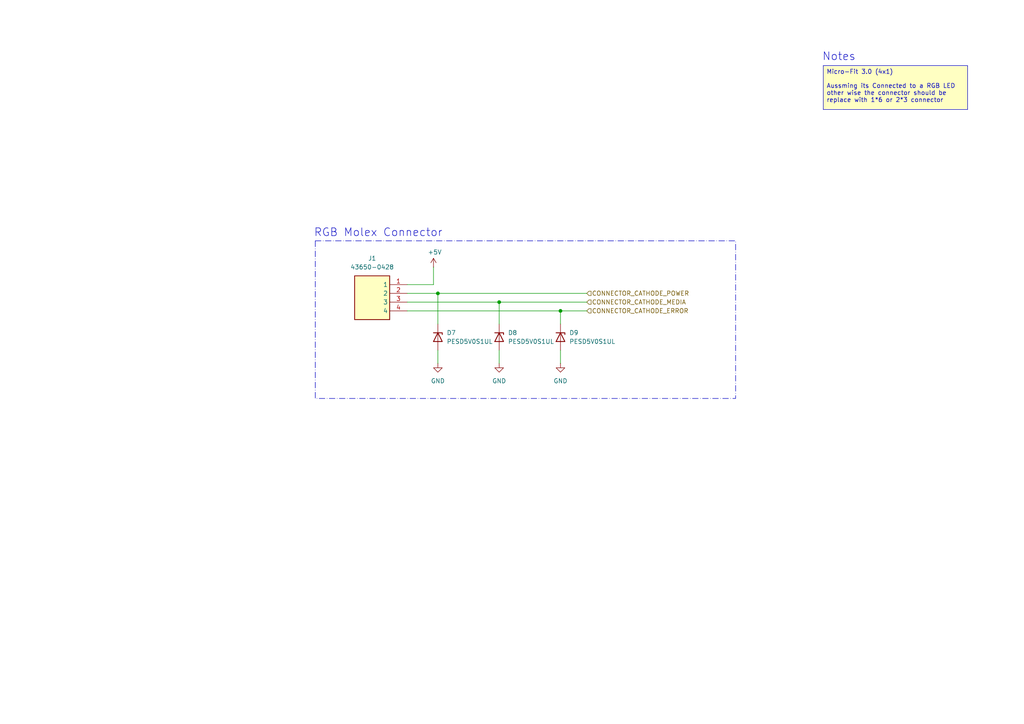
<source format=kicad_sch>
(kicad_sch (version 20250114) (generator "eeschema") (generator_version "9.0")
  (paper "A4")
  (lib_symbols
    (symbol "Connector:43650-0428"
      (property "Reference" "J" (at 16.51 7.62 0))
      (property "Value" "43650-0428" (at 16.51 5.08 0))
      (symbol "43650-0428_1_1"
        (rectangle (start 5.08 2.54) (end 15.24 -10.16) (stroke (width 0.254)) (fill (type background)))
        (pin passive line (at 0 0 0) (length 5.08) (name "4") (number "4"))
        (pin passive line (at 0 -2.54 0) (length 5.08) (name "3") (number "3"))
        (pin passive line (at 0 -5.08 0) (length 5.08) (name "2") (number "2"))
        (pin passive line (at 0 -7.62 0) (length 5.08) (name "1") (number "1"))
      )
    )
    (symbol "Diode:PESD5V0S1UL" (pin_numbers (hide yes)) (pin_names (hide yes))
      (property "Reference" "D" (at 0 2.54 0))
      (property "Value" "PESD5V0S1UL" (at 0 -2.54 0))
      (symbol "PESD5V0S1UL_0_1"
        (polyline (pts (xy -1.27 -1.27) (xy -1.27 1.27) (xy -0.762 1.27)) (stroke (width 0.254)))
        (polyline (pts (xy 1.27 0) (xy -1.27 0)))
        (polyline (pts (xy 1.27 -1.27) (xy 1.27 1.27) (xy -1.27 0) (xy 1.27 -1.27)) (stroke (width 0.254)))
      )
      (symbol "PESD5V0S1UL_1_1"
        (pin passive line (at -3.81 0 0) (length 2.54) (name "K") (number "1"))
        (pin passive line (at 3.81 0 180) (length 2.54) (name "A") (number "2"))
      )
    )
    (symbol "power:+5V" (power) (pin_numbers (hide yes)) (pin_names (offset 0) (hide yes))
      (property "Value" "+5V" (at 0 3.556 0))
      (symbol "+5V_0_1"
        (polyline (pts (xy -0.762 1.27) (xy 0 2.54)))
        (polyline (pts (xy 0 2.54) (xy 0.762 1.27)))
        (polyline (pts (xy 0 0) (xy 0 2.54)))
      )
      (symbol "+5V_1_1"
        (pin power_in line (at 0 0 90) (length 0) (name "~") (number "1"))
      )
    )
    (symbol "power:GND" (power) (pin_numbers (hide yes)) (pin_names (offset 0) (hide yes))
      (property "Value" "GND" (at 0 -3.81 0))
      (symbol "GND_0_1"
        (polyline (pts (xy 0 0) (xy 0 -1.27) (xy 1.27 -1.27) (xy 0 -2.54) (xy -1.27 -1.27) (xy 0 -1.27)))
      )
      (symbol "GND_1_1"
        (pin power_in line (at 0 0 270) (length 0) (name "~") (number "1"))
      )
    )
  )
  (rectangle (start 91.44 69.85) (end 213.36 115.57) (stroke (width 0) (type dash_dot)))
  (text "Notes\n" (at 243.332 16.51 0) (effects (font (size 2.286 2.286))))
  (text "RGB Molex Connector" (at 109.728 67.564 0) (effects (font (size 2.286 2.286))))
  (text_box "Micro-Fit 3.0 (4x1)\n\nAussming its Connected to a RGB LED other wise the connector should be replace with 1*6 or 2*3 connector\n" (at 238.76 19.05 0) (size 41.91 12.7) (margins 0.9525 0.9525 0.9525 0.9525) (fill (type color) (color 255 255 194 1)) (effects (font (size 1.27 1.27)) (justify left top)))
  (junction (at 144.78 87.63))
  (junction (at 127 85.09))
  (junction (at 162.56 90.17))
  (wire (pts (xy 127 85.09) (xy 170.18 85.09)))
  (wire (pts (xy 118.11 90.17) (xy 162.56 90.17)))
  (wire (pts (xy 162.56 90.17) (xy 170.18 90.17)))
  (wire (pts (xy 127 93.98) (xy 127 85.09)))
  (wire (pts (xy 162.56 90.17) (xy 162.56 93.98)))
  (wire (pts (xy 125.73 77.47) (xy 125.73 82.55)))
  (wire (pts (xy 118.11 85.09) (xy 127 85.09)))
  (wire (pts (xy 125.73 82.55) (xy 118.11 82.55)))
  (wire (pts (xy 144.78 87.63) (xy 144.78 93.98)))
  (wire (pts (xy 144.78 87.63) (xy 170.18 87.63)))
  (wire (pts (xy 162.56 101.6) (xy 162.56 105.41)))
  (wire (pts (xy 118.11 87.63) (xy 144.78 87.63)))
  (wire (pts (xy 127 101.6) (xy 127 105.41)))
  (wire (pts (xy 144.78 101.6) (xy 144.78 105.41)))
  (hierarchical_label "CONNECTOR_CATHODE_MEDIA" (shape input) (at 170.18 87.63 0))
  (hierarchical_label "CONNECTOR_CATHODE_POWER" (shape input) (at 170.18 85.09 0))
  (hierarchical_label "CONNECTOR_CATHODE_ERROR" (shape input) (at 170.18 90.17 0))
  (symbol (lib_id "power:GND") (at 144.78 105.41 0) (unit 1)
    (property "Reference" "#PWR010" (effects (hide yes)))
    (property "Value" "GND" (at 144.78 110.49 0))
    (property "Description" "Power symbol creates a global label with name \"GND\" , ground" (effects (hide yes)))
  )
  (symbol (lib_id "Connector:43650-0428") (at 118.11 90.17 180) (unit 1)
    (property "Reference" "J1" (at 107.95 74.93 0))
    (property "Value" "43650-0428" (at 107.95 77.47 0))
    (property "Footprint" "Connector:43650-04YY_272829" (effects (hide yes)))
    (property "Datasheet" "https://www.molex.com/pdm_docs/sd/436500227_sd.pdf" (effects (hide yes)))
    (property "Description" "Micro-Fit 3.0 Vertical Header, 3.00mm Pitch, Single Row, 4 Circuits, with PCB Polarizing Peg, Glow-Wire Capable, Black" (effects (hide yes)))
    (property "Height" "9.9" (effects (hide yes)))
    (property "Manufacturer_Name" "Molex" (effects (hide yes)))
    (property "Manufacturer_Part_Number" "43650-0428" (effects (hide yes)))
    (property "Mouser Part Number" "538-43650-0428" (effects (hide yes)))
    (property "Mouser Price/Stock" "https://www.mouser.co.uk/ProductDetail/Molex/43650-0428?qs=zhePCb1yaFNxbtO8xFE5bw%3D%3D" (effects (hide yes)))
  )
  (symbol (lib_id "power:GND") (at 127 105.41 0) (unit 1)
    (property "Reference" "#PWR09" (effects (hide yes)))
    (property "Value" "GND" (at 127 110.49 0))
    (property "Description" "Power symbol creates a global label with name \"GND\" , ground" (effects (hide yes)))
  )
  (symbol (lib_id "Diode:PESD5V0S1UL") (at 162.56 97.79 270) (unit 1)
    (property "Reference" "D9" (at 165.1 96.5199 90) (effects (justify left)))
    (property "Value" "PESD5V0S1UL" (at 165.1 99.0599 90) (effects (justify left)))
    (property "Footprint" "Diode_SMD:D_SOD-882" (effects (hide yes)))
    (property "Datasheet" "https://assets.nexperia.com/documents/data-sheet/PESD5V0S1UL.pdf" (effects (hide yes)))
    (property "Description" "Unidirectional ESD protection diode, 5V, SOD-882" (effects (hide yes)))
  )
  (symbol (lib_id "Diode:PESD5V0S1UL") (at 127 97.79 270) (unit 1)
    (property "Reference" "D7" (at 129.54 96.5199 90) (effects (justify left)))
    (property "Value" "PESD5V0S1UL" (at 129.54 99.0599 90) (effects (justify left)))
    (property "Footprint" "Diode_SMD:D_SOD-882" (effects (hide yes)))
    (property "Datasheet" "https://assets.nexperia.com/documents/data-sheet/PESD5V0S1UL.pdf" (effects (hide yes)))
    (property "Description" "Unidirectional ESD protection diode, 5V, SOD-882" (effects (hide yes)))
  )
  (symbol (lib_id "Diode:PESD5V0S1UL") (at 144.78 97.79 270) (unit 1)
    (property "Reference" "D8" (at 147.32 96.5199 90) (effects (justify left)))
    (property "Value" "PESD5V0S1UL" (at 147.32 99.0599 90) (effects (justify left)))
    (property "Footprint" "Diode_SMD:D_SOD-882" (effects (hide yes)))
    (property "Datasheet" "https://assets.nexperia.com/documents/data-sheet/PESD5V0S1UL.pdf" (effects (hide yes)))
    (property "Description" "Unidirectional ESD protection diode, 5V, SOD-882" (effects (hide yes)))
  )
  (symbol (lib_id "power:GND") (at 162.56 105.41 0) (unit 1)
    (property "Reference" "#PWR011" (effects (hide yes)))
    (property "Value" "GND" (at 162.56 110.49 0))
    (property "Description" "Power symbol creates a global label with name \"GND\" , ground" (effects (hide yes)))
  )
  (symbol (lib_id "power:+5V") (at 125.73 77.47 0) (unit 1)
    (property "Reference" "#PWR08" (effects (hide yes)))
    (property "Value" "+5V" (at 126.0983 73.1456 0))
    (property "Description" "Power symbol creates a global label with name \"+5V\"" (effects (hide yes)))
  )
)
</source>
